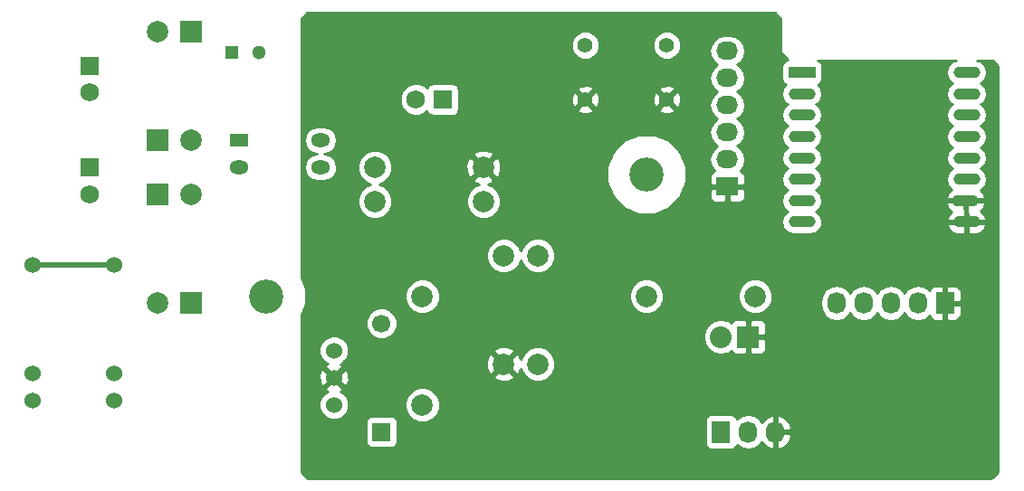
<source format=gbr>
G04 #@! TF.FileFunction,Copper,L2,Bot,Signal*
%FSLAX46Y46*%
G04 Gerber Fmt 4.6, Leading zero omitted, Abs format (unit mm)*
G04 Created by KiCad (PCBNEW 4.0.3+e1-6302~38~ubuntu15.04.1-stable) date Sat Aug 20 23:13:29 2016*
%MOMM*%
%LPD*%
G01*
G04 APERTURE LIST*
%ADD10C,0.100000*%
%ADD11R,1.750000X1.750000*%
%ADD12C,1.750000*%
%ADD13R,1.300000X1.300000*%
%ADD14C,1.300000*%
%ADD15C,1.998980*%
%ADD16R,1.998980X1.998980*%
%ADD17R,1.778000X1.300000*%
%ADD18O,1.778000X1.300000*%
%ADD19R,2.500000X1.100000*%
%ADD20O,2.500000X1.100000*%
%ADD21R,2.032000X2.032000*%
%ADD22O,2.032000X2.032000*%
%ADD23R,2.032000X1.727200*%
%ADD24O,2.032000X1.727200*%
%ADD25R,1.727200X2.032000*%
%ADD26O,1.727200X2.032000*%
%ADD27C,1.397000*%
%ADD28C,1.699260*%
%ADD29R,1.699260X1.699260*%
%ADD30C,1.524000*%
%ADD31C,3.200000*%
%ADD32C,0.500000*%
%ADD33C,0.254000*%
G04 APERTURE END LIST*
D10*
D11*
X161925000Y-83820000D03*
D12*
X159425000Y-83820000D03*
D13*
X142240000Y-79375000D03*
D14*
X144740000Y-79375000D03*
D15*
X138432540Y-87630000D03*
D16*
X138432540Y-77470000D03*
D15*
X138427460Y-92710000D03*
D16*
X138427460Y-102870000D03*
D15*
X135252460Y-77470000D03*
D16*
X135252460Y-87630000D03*
D15*
X135257540Y-102870000D03*
D16*
X135257540Y-92710000D03*
D11*
X128905000Y-80645000D03*
D12*
X128905000Y-83145000D03*
D11*
X128905000Y-90170000D03*
D12*
X128905000Y-92670000D03*
D15*
X155575000Y-90170000D03*
X165735000Y-90170000D03*
X165735000Y-93345000D03*
X155575000Y-93345000D03*
D17*
X142875000Y-87630000D03*
D18*
X142875000Y-90170000D03*
X150495000Y-90170000D03*
X150495000Y-87630000D03*
D19*
X195515000Y-81280000D03*
D20*
X195515000Y-83280000D03*
X195515000Y-85280000D03*
X195515000Y-87280000D03*
X195515000Y-89280000D03*
X195515000Y-91280000D03*
X195515000Y-93280000D03*
X195515000Y-95280000D03*
X210915000Y-95280000D03*
X210815000Y-93280000D03*
X210915000Y-91280000D03*
X210915000Y-89280000D03*
X210915000Y-87280000D03*
X210915000Y-85280000D03*
X210915000Y-83280000D03*
X210915000Y-81280000D03*
D21*
X190500000Y-106045000D03*
D22*
X187960000Y-106045000D03*
D23*
X188535000Y-91985000D03*
D24*
X188535000Y-89445000D03*
X188535000Y-86905000D03*
X188535000Y-84365000D03*
X188535000Y-81825000D03*
X188535000Y-79285000D03*
D25*
X208915000Y-102870000D03*
D26*
X206375000Y-102870000D03*
X203835000Y-102870000D03*
X201295000Y-102870000D03*
X198755000Y-102870000D03*
D25*
X187960000Y-114935000D03*
D26*
X190500000Y-114935000D03*
X193040000Y-114935000D03*
D15*
X167640000Y-98425000D03*
X167640000Y-108585000D03*
X170815000Y-108585000D03*
X170815000Y-98425000D03*
X180975000Y-102235000D03*
X191135000Y-102235000D03*
D27*
X182880000Y-78740000D03*
X182880000Y-83820000D03*
X175260000Y-78740000D03*
X175260000Y-83820000D03*
D28*
X156207460Y-104774480D03*
D29*
X156207460Y-114934480D03*
D15*
X160020000Y-112395000D03*
X160020000Y-102235000D03*
D30*
X123571000Y-112014000D03*
X123571000Y-109474000D03*
X131191000Y-112014000D03*
X131191000Y-109474000D03*
X131191000Y-99314000D03*
X123571000Y-99314000D03*
X151765000Y-109855000D03*
X151765000Y-107315000D03*
X151765000Y-112395000D03*
D31*
X145415000Y-102235000D03*
X180975000Y-90805000D03*
D32*
X131191000Y-99314000D02*
X123571000Y-99314000D01*
D33*
G36*
X193548000Y-76252606D02*
X193548000Y-79375000D01*
X193558006Y-79424410D01*
X193585197Y-79464803D01*
X194212780Y-80092386D01*
X194029683Y-80126838D01*
X193813559Y-80265910D01*
X193668569Y-80478110D01*
X193617560Y-80730000D01*
X193617560Y-81830000D01*
X193661838Y-82065317D01*
X193800910Y-82281441D01*
X193988615Y-82409694D01*
X193940149Y-82442078D01*
X193683274Y-82826520D01*
X193593071Y-83280000D01*
X193683274Y-83733480D01*
X193940149Y-84117922D01*
X194182717Y-84280000D01*
X193940149Y-84442078D01*
X193683274Y-84826520D01*
X193593071Y-85280000D01*
X193683274Y-85733480D01*
X193940149Y-86117922D01*
X194182717Y-86280000D01*
X193940149Y-86442078D01*
X193683274Y-86826520D01*
X193593071Y-87280000D01*
X193683274Y-87733480D01*
X193940149Y-88117922D01*
X194182717Y-88280000D01*
X193940149Y-88442078D01*
X193683274Y-88826520D01*
X193593071Y-89280000D01*
X193683274Y-89733480D01*
X193940149Y-90117922D01*
X194182717Y-90280000D01*
X193940149Y-90442078D01*
X193683274Y-90826520D01*
X193593071Y-91280000D01*
X193683274Y-91733480D01*
X193940149Y-92117922D01*
X194182717Y-92280000D01*
X193940149Y-92442078D01*
X193683274Y-92826520D01*
X193593071Y-93280000D01*
X193683274Y-93733480D01*
X193940149Y-94117922D01*
X194182717Y-94280000D01*
X193940149Y-94442078D01*
X193683274Y-94826520D01*
X193593071Y-95280000D01*
X193683274Y-95733480D01*
X193940149Y-96117922D01*
X194324591Y-96374797D01*
X194778071Y-96465000D01*
X196251929Y-96465000D01*
X196705409Y-96374797D01*
X197089851Y-96117922D01*
X197346726Y-95733480D01*
X197375316Y-95589744D01*
X209071197Y-95589744D01*
X209071602Y-95616146D01*
X209287276Y-96028118D01*
X209644187Y-96326196D01*
X210088000Y-96465000D01*
X210788000Y-96465000D01*
X210788000Y-95407000D01*
X211042000Y-95407000D01*
X211042000Y-96465000D01*
X211742000Y-96465000D01*
X212185813Y-96326196D01*
X212542724Y-96028118D01*
X212758398Y-95616146D01*
X212758803Y-95589744D01*
X212633361Y-95407000D01*
X211042000Y-95407000D01*
X210788000Y-95407000D01*
X209196639Y-95407000D01*
X209071197Y-95589744D01*
X197375316Y-95589744D01*
X197436929Y-95280000D01*
X197346726Y-94826520D01*
X197089851Y-94442078D01*
X196847283Y-94280000D01*
X197089851Y-94117922D01*
X197346726Y-93733480D01*
X197375316Y-93589744D01*
X208971197Y-93589744D01*
X208971602Y-93616146D01*
X209187276Y-94028118D01*
X209538873Y-94321758D01*
X209287276Y-94531882D01*
X209071602Y-94943854D01*
X209071197Y-94970256D01*
X209196639Y-95153000D01*
X210788000Y-95153000D01*
X210788000Y-94095000D01*
X210688000Y-94095000D01*
X210688000Y-93407000D01*
X210942000Y-93407000D01*
X210942000Y-94465000D01*
X211042000Y-94465000D01*
X211042000Y-95153000D01*
X212633361Y-95153000D01*
X212758803Y-94970256D01*
X212758398Y-94943854D01*
X212542724Y-94531882D01*
X212191127Y-94238242D01*
X212442724Y-94028118D01*
X212658398Y-93616146D01*
X212658803Y-93589744D01*
X212533361Y-93407000D01*
X210942000Y-93407000D01*
X210688000Y-93407000D01*
X209096639Y-93407000D01*
X208971197Y-93589744D01*
X197375316Y-93589744D01*
X197436929Y-93280000D01*
X197346726Y-92826520D01*
X197089851Y-92442078D01*
X196847283Y-92280000D01*
X197089851Y-92117922D01*
X197346726Y-91733480D01*
X197436929Y-91280000D01*
X197346726Y-90826520D01*
X197089851Y-90442078D01*
X196847283Y-90280000D01*
X197089851Y-90117922D01*
X197346726Y-89733480D01*
X197436929Y-89280000D01*
X197346726Y-88826520D01*
X197089851Y-88442078D01*
X196847283Y-88280000D01*
X197089851Y-88117922D01*
X197346726Y-87733480D01*
X197436929Y-87280000D01*
X197346726Y-86826520D01*
X197089851Y-86442078D01*
X196847283Y-86280000D01*
X197089851Y-86117922D01*
X197346726Y-85733480D01*
X197436929Y-85280000D01*
X197346726Y-84826520D01*
X197089851Y-84442078D01*
X196847283Y-84280000D01*
X197089851Y-84117922D01*
X197346726Y-83733480D01*
X197436929Y-83280000D01*
X197346726Y-82826520D01*
X197089851Y-82442078D01*
X197039129Y-82408187D01*
X197216441Y-82294090D01*
X197361431Y-82081890D01*
X197412440Y-81830000D01*
X197412440Y-80730000D01*
X197368162Y-80494683D01*
X197229090Y-80278559D01*
X197021911Y-80137000D01*
X209966923Y-80137000D01*
X209724591Y-80185203D01*
X209340149Y-80442078D01*
X209083274Y-80826520D01*
X208993071Y-81280000D01*
X209083274Y-81733480D01*
X209340149Y-82117922D01*
X209582717Y-82280000D01*
X209340149Y-82442078D01*
X209083274Y-82826520D01*
X208993071Y-83280000D01*
X209083274Y-83733480D01*
X209340149Y-84117922D01*
X209582717Y-84280000D01*
X209340149Y-84442078D01*
X209083274Y-84826520D01*
X208993071Y-85280000D01*
X209083274Y-85733480D01*
X209340149Y-86117922D01*
X209582717Y-86280000D01*
X209340149Y-86442078D01*
X209083274Y-86826520D01*
X208993071Y-87280000D01*
X209083274Y-87733480D01*
X209340149Y-88117922D01*
X209582717Y-88280000D01*
X209340149Y-88442078D01*
X209083274Y-88826520D01*
X208993071Y-89280000D01*
X209083274Y-89733480D01*
X209340149Y-90117922D01*
X209582717Y-90280000D01*
X209340149Y-90442078D01*
X209083274Y-90826520D01*
X208993071Y-91280000D01*
X209083274Y-91733480D01*
X209340149Y-92117922D01*
X209530583Y-92245165D01*
X209187276Y-92531882D01*
X208971602Y-92943854D01*
X208971197Y-92970256D01*
X209096639Y-93153000D01*
X210688000Y-93153000D01*
X210688000Y-93133000D01*
X210942000Y-93133000D01*
X210942000Y-93153000D01*
X212533361Y-93153000D01*
X212658803Y-92970256D01*
X212658398Y-92943854D01*
X212442724Y-92531882D01*
X212188309Y-92319405D01*
X212489851Y-92117922D01*
X212746726Y-91733480D01*
X212836929Y-91280000D01*
X212746726Y-90826520D01*
X212489851Y-90442078D01*
X212247283Y-90280000D01*
X212489851Y-90117922D01*
X212746726Y-89733480D01*
X212836929Y-89280000D01*
X212746726Y-88826520D01*
X212489851Y-88442078D01*
X212247283Y-88280000D01*
X212489851Y-88117922D01*
X212746726Y-87733480D01*
X212836929Y-87280000D01*
X212746726Y-86826520D01*
X212489851Y-86442078D01*
X212247283Y-86280000D01*
X212489851Y-86117922D01*
X212746726Y-85733480D01*
X212836929Y-85280000D01*
X212746726Y-84826520D01*
X212489851Y-84442078D01*
X212247283Y-84280000D01*
X212489851Y-84117922D01*
X212746726Y-83733480D01*
X212836929Y-83280000D01*
X212746726Y-82826520D01*
X212489851Y-82442078D01*
X212247283Y-82280000D01*
X212489851Y-82117922D01*
X212746726Y-81733480D01*
X212836929Y-81280000D01*
X212746726Y-80826520D01*
X212489851Y-80442078D01*
X212105409Y-80185203D01*
X211863077Y-80137000D01*
X213307394Y-80137000D01*
X213868000Y-80697606D01*
X213868000Y-118692394D01*
X213354897Y-119205497D01*
X213116082Y-119253000D01*
X149277606Y-119253000D01*
X148717000Y-118692394D01*
X148717000Y-114084850D01*
X154710390Y-114084850D01*
X154710390Y-115784110D01*
X154754668Y-116019427D01*
X154893740Y-116235551D01*
X155105940Y-116380541D01*
X155357830Y-116431550D01*
X157057090Y-116431550D01*
X157292407Y-116387272D01*
X157508531Y-116248200D01*
X157653521Y-116036000D01*
X157704530Y-115784110D01*
X157704530Y-114084850D01*
X157660252Y-113849533D01*
X157521180Y-113633409D01*
X157308980Y-113488419D01*
X157057090Y-113437410D01*
X155357830Y-113437410D01*
X155122513Y-113481688D01*
X154906389Y-113620760D01*
X154761399Y-113832960D01*
X154710390Y-114084850D01*
X148717000Y-114084850D01*
X148717000Y-112671661D01*
X150367758Y-112671661D01*
X150579990Y-113185303D01*
X150972630Y-113578629D01*
X151485900Y-113791757D01*
X152041661Y-113792242D01*
X152555303Y-113580010D01*
X152948629Y-113187370D01*
X153143239Y-112718694D01*
X158385226Y-112718694D01*
X158633538Y-113319655D01*
X159092927Y-113779846D01*
X159693453Y-114029206D01*
X160343694Y-114029774D01*
X160611787Y-113919000D01*
X186448960Y-113919000D01*
X186448960Y-115951000D01*
X186493238Y-116186317D01*
X186632310Y-116402441D01*
X186844510Y-116547431D01*
X187096400Y-116598440D01*
X188823600Y-116598440D01*
X189058917Y-116554162D01*
X189275041Y-116415090D01*
X189420031Y-116202890D01*
X189428400Y-116161561D01*
X189440330Y-116179415D01*
X189926511Y-116504271D01*
X190500000Y-116618345D01*
X191073489Y-116504271D01*
X191559670Y-116179415D01*
X191766461Y-115869931D01*
X192137964Y-116285732D01*
X192665209Y-116539709D01*
X192680974Y-116542358D01*
X192913000Y-116421217D01*
X192913000Y-115062000D01*
X193167000Y-115062000D01*
X193167000Y-116421217D01*
X193399026Y-116542358D01*
X193414791Y-116539709D01*
X193942036Y-116285732D01*
X194331954Y-115849320D01*
X194525184Y-115296913D01*
X194380924Y-115062000D01*
X193167000Y-115062000D01*
X192913000Y-115062000D01*
X192893000Y-115062000D01*
X192893000Y-114808000D01*
X192913000Y-114808000D01*
X192913000Y-113448783D01*
X193167000Y-113448783D01*
X193167000Y-114808000D01*
X194380924Y-114808000D01*
X194525184Y-114573087D01*
X194331954Y-114020680D01*
X193942036Y-113584268D01*
X193414791Y-113330291D01*
X193399026Y-113327642D01*
X193167000Y-113448783D01*
X192913000Y-113448783D01*
X192680974Y-113327642D01*
X192665209Y-113330291D01*
X192137964Y-113584268D01*
X191766461Y-114000069D01*
X191559670Y-113690585D01*
X191073489Y-113365729D01*
X190500000Y-113251655D01*
X189926511Y-113365729D01*
X189440330Y-113690585D01*
X189430757Y-113704913D01*
X189426762Y-113683683D01*
X189287690Y-113467559D01*
X189075490Y-113322569D01*
X188823600Y-113271560D01*
X187096400Y-113271560D01*
X186861083Y-113315838D01*
X186644959Y-113454910D01*
X186499969Y-113667110D01*
X186448960Y-113919000D01*
X160611787Y-113919000D01*
X160944655Y-113781462D01*
X161404846Y-113322073D01*
X161654206Y-112721547D01*
X161654774Y-112071306D01*
X161406462Y-111470345D01*
X160947073Y-111010154D01*
X160346547Y-110760794D01*
X159696306Y-110760226D01*
X159095345Y-111008538D01*
X158635154Y-111467927D01*
X158385794Y-112068453D01*
X158385226Y-112718694D01*
X153143239Y-112718694D01*
X153161757Y-112674100D01*
X153162242Y-112118339D01*
X152950010Y-111604697D01*
X152557370Y-111211371D01*
X152365273Y-111131605D01*
X152496143Y-111077397D01*
X152565608Y-110835213D01*
X151765000Y-110034605D01*
X150964392Y-110835213D01*
X151033857Y-111077397D01*
X151174318Y-111127509D01*
X150974697Y-111209990D01*
X150581371Y-111602630D01*
X150368243Y-112115900D01*
X150367758Y-112671661D01*
X148717000Y-112671661D01*
X148717000Y-109647302D01*
X150355856Y-109647302D01*
X150383638Y-110202368D01*
X150542603Y-110586143D01*
X150784787Y-110655608D01*
X151585395Y-109855000D01*
X151944605Y-109855000D01*
X152745213Y-110655608D01*
X152987397Y-110586143D01*
X153174144Y-110062698D01*
X153157851Y-109737163D01*
X166667443Y-109737163D01*
X166766042Y-110003965D01*
X167375582Y-110230401D01*
X168025377Y-110206341D01*
X168513958Y-110003965D01*
X168612557Y-109737163D01*
X167640000Y-108764605D01*
X166667443Y-109737163D01*
X153157851Y-109737163D01*
X153146362Y-109507632D01*
X152987397Y-109123857D01*
X152745213Y-109054392D01*
X151944605Y-109855000D01*
X151585395Y-109855000D01*
X150784787Y-109054392D01*
X150542603Y-109123857D01*
X150355856Y-109647302D01*
X148717000Y-109647302D01*
X148717000Y-107591661D01*
X150367758Y-107591661D01*
X150579990Y-108105303D01*
X150972630Y-108498629D01*
X151164727Y-108578395D01*
X151033857Y-108632603D01*
X150964392Y-108874787D01*
X151765000Y-109675395D01*
X152565608Y-108874787D01*
X152496143Y-108632603D01*
X152355682Y-108582491D01*
X152555303Y-108500010D01*
X152735044Y-108320582D01*
X165994599Y-108320582D01*
X166018659Y-108970377D01*
X166221035Y-109458958D01*
X166487837Y-109557557D01*
X167460395Y-108585000D01*
X167819605Y-108585000D01*
X168792163Y-109557557D01*
X169058965Y-109458958D01*
X169224013Y-109014667D01*
X169428538Y-109509655D01*
X169887927Y-109969846D01*
X170488453Y-110219206D01*
X171138694Y-110219774D01*
X171739655Y-109971462D01*
X172199846Y-109512073D01*
X172449206Y-108911547D01*
X172449774Y-108261306D01*
X172201462Y-107660345D01*
X171742073Y-107200154D01*
X171141547Y-106950794D01*
X170491306Y-106950226D01*
X169890345Y-107198538D01*
X169430154Y-107657927D01*
X169233316Y-108131965D01*
X169058965Y-107711042D01*
X168792163Y-107612443D01*
X167819605Y-108585000D01*
X167460395Y-108585000D01*
X166487837Y-107612443D01*
X166221035Y-107711042D01*
X165994599Y-108320582D01*
X152735044Y-108320582D01*
X152948629Y-108107370D01*
X153161757Y-107594100D01*
X153161897Y-107432837D01*
X166667443Y-107432837D01*
X167640000Y-108405395D01*
X168612557Y-107432837D01*
X168513958Y-107166035D01*
X167904418Y-106939599D01*
X167254623Y-106963659D01*
X166766042Y-107166035D01*
X166667443Y-107432837D01*
X153161897Y-107432837D01*
X153162242Y-107038339D01*
X152950010Y-106524697D01*
X152557370Y-106131371D01*
X152044100Y-105918243D01*
X151488339Y-105917758D01*
X150974697Y-106129990D01*
X150581371Y-106522630D01*
X150368243Y-107035900D01*
X150367758Y-107591661D01*
X148717000Y-107591661D01*
X148717000Y-105068496D01*
X154722572Y-105068496D01*
X154948118Y-105614357D01*
X155365386Y-106032354D01*
X155910853Y-106258852D01*
X156501476Y-106259368D01*
X157047337Y-106033822D01*
X157068540Y-106012655D01*
X186309000Y-106012655D01*
X186309000Y-106077345D01*
X186434675Y-106709155D01*
X186792567Y-107244778D01*
X187328190Y-107602670D01*
X187960000Y-107728345D01*
X188591810Y-107602670D01*
X188928001Y-107378034D01*
X188945673Y-107420698D01*
X189124301Y-107599327D01*
X189357690Y-107696000D01*
X190214250Y-107696000D01*
X190373000Y-107537250D01*
X190373000Y-106172000D01*
X190627000Y-106172000D01*
X190627000Y-107537250D01*
X190785750Y-107696000D01*
X191642310Y-107696000D01*
X191875699Y-107599327D01*
X192054327Y-107420698D01*
X192151000Y-107187309D01*
X192151000Y-106330750D01*
X191992250Y-106172000D01*
X190627000Y-106172000D01*
X190373000Y-106172000D01*
X190353000Y-106172000D01*
X190353000Y-105918000D01*
X190373000Y-105918000D01*
X190373000Y-104552750D01*
X190627000Y-104552750D01*
X190627000Y-105918000D01*
X191992250Y-105918000D01*
X192151000Y-105759250D01*
X192151000Y-104902691D01*
X192054327Y-104669302D01*
X191875699Y-104490673D01*
X191642310Y-104394000D01*
X190785750Y-104394000D01*
X190627000Y-104552750D01*
X190373000Y-104552750D01*
X190214250Y-104394000D01*
X189357690Y-104394000D01*
X189124301Y-104490673D01*
X188945673Y-104669302D01*
X188928001Y-104711966D01*
X188591810Y-104487330D01*
X187960000Y-104361655D01*
X187328190Y-104487330D01*
X186792567Y-104845222D01*
X186434675Y-105380845D01*
X186309000Y-106012655D01*
X157068540Y-106012655D01*
X157465334Y-105616554D01*
X157691832Y-105071087D01*
X157692348Y-104480464D01*
X157466802Y-103934603D01*
X157049534Y-103516606D01*
X156504067Y-103290108D01*
X155913444Y-103289592D01*
X155367583Y-103515138D01*
X154949586Y-103932406D01*
X154723088Y-104477873D01*
X154722572Y-105068496D01*
X148717000Y-105068496D01*
X148717000Y-104001549D01*
X149141351Y-102979598D01*
X149141718Y-102558694D01*
X158385226Y-102558694D01*
X158633538Y-103159655D01*
X159092927Y-103619846D01*
X159693453Y-103869206D01*
X160343694Y-103869774D01*
X160944655Y-103621462D01*
X161404846Y-103162073D01*
X161654206Y-102561547D01*
X161654208Y-102558694D01*
X179340226Y-102558694D01*
X179588538Y-103159655D01*
X180047927Y-103619846D01*
X180648453Y-103869206D01*
X181298694Y-103869774D01*
X181899655Y-103621462D01*
X182359846Y-103162073D01*
X182609206Y-102561547D01*
X182609208Y-102558694D01*
X189500226Y-102558694D01*
X189748538Y-103159655D01*
X190207927Y-103619846D01*
X190808453Y-103869206D01*
X191458694Y-103869774D01*
X192059655Y-103621462D01*
X192519846Y-103162073D01*
X192717837Y-102685255D01*
X197256400Y-102685255D01*
X197256400Y-103054745D01*
X197370474Y-103628234D01*
X197695330Y-104114415D01*
X198181511Y-104439271D01*
X198755000Y-104553345D01*
X199328489Y-104439271D01*
X199814670Y-104114415D01*
X200025000Y-103799634D01*
X200235330Y-104114415D01*
X200721511Y-104439271D01*
X201295000Y-104553345D01*
X201868489Y-104439271D01*
X202354670Y-104114415D01*
X202565000Y-103799634D01*
X202775330Y-104114415D01*
X203261511Y-104439271D01*
X203835000Y-104553345D01*
X204408489Y-104439271D01*
X204894670Y-104114415D01*
X205105000Y-103799634D01*
X205315330Y-104114415D01*
X205801511Y-104439271D01*
X206375000Y-104553345D01*
X206948489Y-104439271D01*
X207434670Y-104114415D01*
X207449500Y-104092220D01*
X207513073Y-104245698D01*
X207691701Y-104424327D01*
X207925090Y-104521000D01*
X208629250Y-104521000D01*
X208788000Y-104362250D01*
X208788000Y-102997000D01*
X209042000Y-102997000D01*
X209042000Y-104362250D01*
X209200750Y-104521000D01*
X209904910Y-104521000D01*
X210138299Y-104424327D01*
X210316927Y-104245698D01*
X210413600Y-104012309D01*
X210413600Y-103155750D01*
X210254850Y-102997000D01*
X209042000Y-102997000D01*
X208788000Y-102997000D01*
X208768000Y-102997000D01*
X208768000Y-102743000D01*
X208788000Y-102743000D01*
X208788000Y-101377750D01*
X209042000Y-101377750D01*
X209042000Y-102743000D01*
X210254850Y-102743000D01*
X210413600Y-102584250D01*
X210413600Y-101727691D01*
X210316927Y-101494302D01*
X210138299Y-101315673D01*
X209904910Y-101219000D01*
X209200750Y-101219000D01*
X209042000Y-101377750D01*
X208788000Y-101377750D01*
X208629250Y-101219000D01*
X207925090Y-101219000D01*
X207691701Y-101315673D01*
X207513073Y-101494302D01*
X207449500Y-101647780D01*
X207434670Y-101625585D01*
X206948489Y-101300729D01*
X206375000Y-101186655D01*
X205801511Y-101300729D01*
X205315330Y-101625585D01*
X205105000Y-101940366D01*
X204894670Y-101625585D01*
X204408489Y-101300729D01*
X203835000Y-101186655D01*
X203261511Y-101300729D01*
X202775330Y-101625585D01*
X202565000Y-101940366D01*
X202354670Y-101625585D01*
X201868489Y-101300729D01*
X201295000Y-101186655D01*
X200721511Y-101300729D01*
X200235330Y-101625585D01*
X200025000Y-101940366D01*
X199814670Y-101625585D01*
X199328489Y-101300729D01*
X198755000Y-101186655D01*
X198181511Y-101300729D01*
X197695330Y-101625585D01*
X197370474Y-102111766D01*
X197256400Y-102685255D01*
X192717837Y-102685255D01*
X192769206Y-102561547D01*
X192769774Y-101911306D01*
X192521462Y-101310345D01*
X192062073Y-100850154D01*
X191461547Y-100600794D01*
X190811306Y-100600226D01*
X190210345Y-100848538D01*
X189750154Y-101307927D01*
X189500794Y-101908453D01*
X189500226Y-102558694D01*
X182609208Y-102558694D01*
X182609774Y-101911306D01*
X182361462Y-101310345D01*
X181902073Y-100850154D01*
X181301547Y-100600794D01*
X180651306Y-100600226D01*
X180050345Y-100848538D01*
X179590154Y-101307927D01*
X179340794Y-101908453D01*
X179340226Y-102558694D01*
X161654208Y-102558694D01*
X161654774Y-101911306D01*
X161406462Y-101310345D01*
X160947073Y-100850154D01*
X160346547Y-100600794D01*
X159696306Y-100600226D01*
X159095345Y-100848538D01*
X158635154Y-101307927D01*
X158385794Y-101908453D01*
X158385226Y-102558694D01*
X149141718Y-102558694D01*
X149142645Y-101496906D01*
X148717000Y-100466766D01*
X148717000Y-98748694D01*
X166005226Y-98748694D01*
X166253538Y-99349655D01*
X166712927Y-99809846D01*
X167313453Y-100059206D01*
X167963694Y-100059774D01*
X168564655Y-99811462D01*
X169024846Y-99352073D01*
X169227691Y-98863568D01*
X169428538Y-99349655D01*
X169887927Y-99809846D01*
X170488453Y-100059206D01*
X171138694Y-100059774D01*
X171739655Y-99811462D01*
X172199846Y-99352073D01*
X172449206Y-98751547D01*
X172449774Y-98101306D01*
X172201462Y-97500345D01*
X171742073Y-97040154D01*
X171141547Y-96790794D01*
X170491306Y-96790226D01*
X169890345Y-97038538D01*
X169430154Y-97497927D01*
X169227309Y-97986432D01*
X169026462Y-97500345D01*
X168567073Y-97040154D01*
X167966547Y-96790794D01*
X167316306Y-96790226D01*
X166715345Y-97038538D01*
X166255154Y-97497927D01*
X166005794Y-98098453D01*
X166005226Y-98748694D01*
X148717000Y-98748694D01*
X148717000Y-87630000D01*
X148941143Y-87630000D01*
X149038958Y-88121748D01*
X149317511Y-88538632D01*
X149734395Y-88817185D01*
X150150733Y-88900000D01*
X149734395Y-88982815D01*
X149317511Y-89261368D01*
X149038958Y-89678252D01*
X148941143Y-90170000D01*
X149038958Y-90661748D01*
X149317511Y-91078632D01*
X149734395Y-91357185D01*
X150226143Y-91455000D01*
X150763857Y-91455000D01*
X151255605Y-91357185D01*
X151672489Y-91078632D01*
X151951042Y-90661748D01*
X151984470Y-90493694D01*
X153940226Y-90493694D01*
X154188538Y-91094655D01*
X154647927Y-91554846D01*
X155136432Y-91757691D01*
X154650345Y-91958538D01*
X154190154Y-92417927D01*
X153940794Y-93018453D01*
X153940226Y-93668694D01*
X154188538Y-94269655D01*
X154647927Y-94729846D01*
X155248453Y-94979206D01*
X155898694Y-94979774D01*
X156499655Y-94731462D01*
X156959846Y-94272073D01*
X157209206Y-93671547D01*
X157209208Y-93668694D01*
X164100226Y-93668694D01*
X164348538Y-94269655D01*
X164807927Y-94729846D01*
X165408453Y-94979206D01*
X166058694Y-94979774D01*
X166659655Y-94731462D01*
X167119846Y-94272073D01*
X167369206Y-93671547D01*
X167369774Y-93021306D01*
X167121462Y-92420345D01*
X166662073Y-91960154D01*
X166188035Y-91763316D01*
X166608958Y-91588965D01*
X166625910Y-91543094D01*
X177247355Y-91543094D01*
X177813561Y-92913418D01*
X178861068Y-93962754D01*
X180230402Y-94531351D01*
X181713094Y-94532645D01*
X183083418Y-93966439D01*
X184132754Y-92918932D01*
X184401902Y-92270750D01*
X186884000Y-92270750D01*
X186884000Y-92974910D01*
X186980673Y-93208299D01*
X187159302Y-93386927D01*
X187392691Y-93483600D01*
X188249250Y-93483600D01*
X188408000Y-93324850D01*
X188408000Y-92112000D01*
X188662000Y-92112000D01*
X188662000Y-93324850D01*
X188820750Y-93483600D01*
X189677309Y-93483600D01*
X189910698Y-93386927D01*
X190089327Y-93208299D01*
X190186000Y-92974910D01*
X190186000Y-92270750D01*
X190027250Y-92112000D01*
X188662000Y-92112000D01*
X188408000Y-92112000D01*
X187042750Y-92112000D01*
X186884000Y-92270750D01*
X184401902Y-92270750D01*
X184701351Y-91549598D01*
X184702645Y-90066906D01*
X184136439Y-88696582D01*
X183088932Y-87647246D01*
X181719598Y-87078649D01*
X180236906Y-87077355D01*
X178866582Y-87643561D01*
X177817246Y-88691068D01*
X177248649Y-90060402D01*
X177247355Y-91543094D01*
X166625910Y-91543094D01*
X166707557Y-91322163D01*
X165735000Y-90349605D01*
X164762443Y-91322163D01*
X164861042Y-91588965D01*
X165305333Y-91754013D01*
X164810345Y-91958538D01*
X164350154Y-92417927D01*
X164100794Y-93018453D01*
X164100226Y-93668694D01*
X157209208Y-93668694D01*
X157209774Y-93021306D01*
X156961462Y-92420345D01*
X156502073Y-91960154D01*
X156013568Y-91757309D01*
X156499655Y-91556462D01*
X156959846Y-91097073D01*
X157209206Y-90496547D01*
X157209722Y-89905582D01*
X164089599Y-89905582D01*
X164113659Y-90555377D01*
X164316035Y-91043958D01*
X164582837Y-91142557D01*
X165555395Y-90170000D01*
X165914605Y-90170000D01*
X166887163Y-91142557D01*
X167153965Y-91043958D01*
X167380401Y-90434418D01*
X167356341Y-89784623D01*
X167153965Y-89296042D01*
X166887163Y-89197443D01*
X165914605Y-90170000D01*
X165555395Y-90170000D01*
X164582837Y-89197443D01*
X164316035Y-89296042D01*
X164089599Y-89905582D01*
X157209722Y-89905582D01*
X157209774Y-89846306D01*
X156961462Y-89245345D01*
X156734351Y-89017837D01*
X164762443Y-89017837D01*
X165735000Y-89990395D01*
X166707557Y-89017837D01*
X166608958Y-88751035D01*
X165999418Y-88524599D01*
X165349623Y-88548659D01*
X164861042Y-88751035D01*
X164762443Y-89017837D01*
X156734351Y-89017837D01*
X156502073Y-88785154D01*
X155901547Y-88535794D01*
X155251306Y-88535226D01*
X154650345Y-88783538D01*
X154190154Y-89242927D01*
X153940794Y-89843453D01*
X153940226Y-90493694D01*
X151984470Y-90493694D01*
X152048857Y-90170000D01*
X151951042Y-89678252D01*
X151672489Y-89261368D01*
X151255605Y-88982815D01*
X150839267Y-88900000D01*
X151255605Y-88817185D01*
X151672489Y-88538632D01*
X151951042Y-88121748D01*
X152048857Y-87630000D01*
X151951042Y-87138252D01*
X151672489Y-86721368D01*
X151255605Y-86442815D01*
X150763857Y-86345000D01*
X150226143Y-86345000D01*
X149734395Y-86442815D01*
X149317511Y-86721368D01*
X149038958Y-87138252D01*
X148941143Y-87630000D01*
X148717000Y-87630000D01*
X148717000Y-84119040D01*
X157914738Y-84119040D01*
X158144138Y-84674229D01*
X158568537Y-85099370D01*
X159123325Y-85329738D01*
X159724040Y-85330262D01*
X160279229Y-85100862D01*
X160448103Y-84932283D01*
X160585910Y-85146441D01*
X160798110Y-85291431D01*
X161050000Y-85342440D01*
X162800000Y-85342440D01*
X163035317Y-85298162D01*
X163251441Y-85159090D01*
X163396431Y-84946890D01*
X163435454Y-84754188D01*
X174505417Y-84754188D01*
X174567071Y-84989800D01*
X175067480Y-85165927D01*
X175597199Y-85137148D01*
X175952929Y-84989800D01*
X176014583Y-84754188D01*
X182125417Y-84754188D01*
X182187071Y-84989800D01*
X182687480Y-85165927D01*
X183217199Y-85137148D01*
X183572929Y-84989800D01*
X183634583Y-84754188D01*
X182880000Y-83999605D01*
X182125417Y-84754188D01*
X176014583Y-84754188D01*
X175260000Y-83999605D01*
X174505417Y-84754188D01*
X163435454Y-84754188D01*
X163447440Y-84695000D01*
X163447440Y-83627480D01*
X173914073Y-83627480D01*
X173942852Y-84157199D01*
X174090200Y-84512929D01*
X174325812Y-84574583D01*
X175080395Y-83820000D01*
X175439605Y-83820000D01*
X176194188Y-84574583D01*
X176429800Y-84512929D01*
X176605927Y-84012520D01*
X176585009Y-83627480D01*
X181534073Y-83627480D01*
X181562852Y-84157199D01*
X181710200Y-84512929D01*
X181945812Y-84574583D01*
X182700395Y-83820000D01*
X183059605Y-83820000D01*
X183814188Y-84574583D01*
X184049800Y-84512929D01*
X184225927Y-84012520D01*
X184197148Y-83482801D01*
X184049800Y-83127071D01*
X183814188Y-83065417D01*
X183059605Y-83820000D01*
X182700395Y-83820000D01*
X181945812Y-83065417D01*
X181710200Y-83127071D01*
X181534073Y-83627480D01*
X176585009Y-83627480D01*
X176577148Y-83482801D01*
X176429800Y-83127071D01*
X176194188Y-83065417D01*
X175439605Y-83820000D01*
X175080395Y-83820000D01*
X174325812Y-83065417D01*
X174090200Y-83127071D01*
X173914073Y-83627480D01*
X163447440Y-83627480D01*
X163447440Y-82945000D01*
X163436303Y-82885812D01*
X174505417Y-82885812D01*
X175260000Y-83640395D01*
X176014583Y-82885812D01*
X182125417Y-82885812D01*
X182880000Y-83640395D01*
X183634583Y-82885812D01*
X183572929Y-82650200D01*
X183072520Y-82474073D01*
X182542801Y-82502852D01*
X182187071Y-82650200D01*
X182125417Y-82885812D01*
X176014583Y-82885812D01*
X175952929Y-82650200D01*
X175452520Y-82474073D01*
X174922801Y-82502852D01*
X174567071Y-82650200D01*
X174505417Y-82885812D01*
X163436303Y-82885812D01*
X163403162Y-82709683D01*
X163264090Y-82493559D01*
X163051890Y-82348569D01*
X162800000Y-82297560D01*
X161050000Y-82297560D01*
X160814683Y-82341838D01*
X160598559Y-82480910D01*
X160453569Y-82693110D01*
X160450214Y-82709676D01*
X160281463Y-82540630D01*
X159726675Y-82310262D01*
X159125960Y-82309738D01*
X158570771Y-82539138D01*
X158145630Y-82963537D01*
X157915262Y-83518325D01*
X157914738Y-84119040D01*
X148717000Y-84119040D01*
X148717000Y-79004086D01*
X173926269Y-79004086D01*
X174128854Y-79494380D01*
X174503647Y-79869827D01*
X174993587Y-80073268D01*
X175524086Y-80073731D01*
X176014380Y-79871146D01*
X176389827Y-79496353D01*
X176593268Y-79006413D01*
X176593270Y-79004086D01*
X181546269Y-79004086D01*
X181748854Y-79494380D01*
X182123647Y-79869827D01*
X182613587Y-80073268D01*
X183144086Y-80073731D01*
X183634380Y-79871146D01*
X184009827Y-79496353D01*
X184097588Y-79285000D01*
X186851655Y-79285000D01*
X186965729Y-79858489D01*
X187290585Y-80344670D01*
X187605366Y-80555000D01*
X187290585Y-80765330D01*
X186965729Y-81251511D01*
X186851655Y-81825000D01*
X186965729Y-82398489D01*
X187290585Y-82884670D01*
X187605366Y-83095000D01*
X187290585Y-83305330D01*
X186965729Y-83791511D01*
X186851655Y-84365000D01*
X186965729Y-84938489D01*
X187290585Y-85424670D01*
X187605366Y-85635000D01*
X187290585Y-85845330D01*
X186965729Y-86331511D01*
X186851655Y-86905000D01*
X186965729Y-87478489D01*
X187290585Y-87964670D01*
X187605366Y-88175000D01*
X187290585Y-88385330D01*
X186965729Y-88871511D01*
X186851655Y-89445000D01*
X186965729Y-90018489D01*
X187290585Y-90504670D01*
X187312780Y-90519500D01*
X187159302Y-90583073D01*
X186980673Y-90761701D01*
X186884000Y-90995090D01*
X186884000Y-91699250D01*
X187042750Y-91858000D01*
X188408000Y-91858000D01*
X188408000Y-91838000D01*
X188662000Y-91838000D01*
X188662000Y-91858000D01*
X190027250Y-91858000D01*
X190186000Y-91699250D01*
X190186000Y-90995090D01*
X190089327Y-90761701D01*
X189910698Y-90583073D01*
X189757220Y-90519500D01*
X189779415Y-90504670D01*
X190104271Y-90018489D01*
X190218345Y-89445000D01*
X190104271Y-88871511D01*
X189779415Y-88385330D01*
X189464634Y-88175000D01*
X189779415Y-87964670D01*
X190104271Y-87478489D01*
X190218345Y-86905000D01*
X190104271Y-86331511D01*
X189779415Y-85845330D01*
X189464634Y-85635000D01*
X189779415Y-85424670D01*
X190104271Y-84938489D01*
X190218345Y-84365000D01*
X190104271Y-83791511D01*
X189779415Y-83305330D01*
X189464634Y-83095000D01*
X189779415Y-82884670D01*
X190104271Y-82398489D01*
X190218345Y-81825000D01*
X190104271Y-81251511D01*
X189779415Y-80765330D01*
X189464634Y-80555000D01*
X189779415Y-80344670D01*
X190104271Y-79858489D01*
X190218345Y-79285000D01*
X190104271Y-78711511D01*
X189779415Y-78225330D01*
X189293234Y-77900474D01*
X188719745Y-77786400D01*
X188350255Y-77786400D01*
X187776766Y-77900474D01*
X187290585Y-78225330D01*
X186965729Y-78711511D01*
X186851655Y-79285000D01*
X184097588Y-79285000D01*
X184213268Y-79006413D01*
X184213731Y-78475914D01*
X184011146Y-77985620D01*
X183636353Y-77610173D01*
X183146413Y-77406732D01*
X182615914Y-77406269D01*
X182125620Y-77608854D01*
X181750173Y-77983647D01*
X181546732Y-78473587D01*
X181546269Y-79004086D01*
X176593270Y-79004086D01*
X176593731Y-78475914D01*
X176391146Y-77985620D01*
X176016353Y-77610173D01*
X175526413Y-77406732D01*
X174995914Y-77406269D01*
X174505620Y-77608854D01*
X174130173Y-77983647D01*
X173926732Y-78473587D01*
X173926269Y-79004086D01*
X148717000Y-79004086D01*
X148717000Y-76252606D01*
X149259606Y-75710000D01*
X193005394Y-75710000D01*
X193548000Y-76252606D01*
X193548000Y-76252606D01*
G37*
X193548000Y-76252606D02*
X193548000Y-79375000D01*
X193558006Y-79424410D01*
X193585197Y-79464803D01*
X194212780Y-80092386D01*
X194029683Y-80126838D01*
X193813559Y-80265910D01*
X193668569Y-80478110D01*
X193617560Y-80730000D01*
X193617560Y-81830000D01*
X193661838Y-82065317D01*
X193800910Y-82281441D01*
X193988615Y-82409694D01*
X193940149Y-82442078D01*
X193683274Y-82826520D01*
X193593071Y-83280000D01*
X193683274Y-83733480D01*
X193940149Y-84117922D01*
X194182717Y-84280000D01*
X193940149Y-84442078D01*
X193683274Y-84826520D01*
X193593071Y-85280000D01*
X193683274Y-85733480D01*
X193940149Y-86117922D01*
X194182717Y-86280000D01*
X193940149Y-86442078D01*
X193683274Y-86826520D01*
X193593071Y-87280000D01*
X193683274Y-87733480D01*
X193940149Y-88117922D01*
X194182717Y-88280000D01*
X193940149Y-88442078D01*
X193683274Y-88826520D01*
X193593071Y-89280000D01*
X193683274Y-89733480D01*
X193940149Y-90117922D01*
X194182717Y-90280000D01*
X193940149Y-90442078D01*
X193683274Y-90826520D01*
X193593071Y-91280000D01*
X193683274Y-91733480D01*
X193940149Y-92117922D01*
X194182717Y-92280000D01*
X193940149Y-92442078D01*
X193683274Y-92826520D01*
X193593071Y-93280000D01*
X193683274Y-93733480D01*
X193940149Y-94117922D01*
X194182717Y-94280000D01*
X193940149Y-94442078D01*
X193683274Y-94826520D01*
X193593071Y-95280000D01*
X193683274Y-95733480D01*
X193940149Y-96117922D01*
X194324591Y-96374797D01*
X194778071Y-96465000D01*
X196251929Y-96465000D01*
X196705409Y-96374797D01*
X197089851Y-96117922D01*
X197346726Y-95733480D01*
X197375316Y-95589744D01*
X209071197Y-95589744D01*
X209071602Y-95616146D01*
X209287276Y-96028118D01*
X209644187Y-96326196D01*
X210088000Y-96465000D01*
X210788000Y-96465000D01*
X210788000Y-95407000D01*
X211042000Y-95407000D01*
X211042000Y-96465000D01*
X211742000Y-96465000D01*
X212185813Y-96326196D01*
X212542724Y-96028118D01*
X212758398Y-95616146D01*
X212758803Y-95589744D01*
X212633361Y-95407000D01*
X211042000Y-95407000D01*
X210788000Y-95407000D01*
X209196639Y-95407000D01*
X209071197Y-95589744D01*
X197375316Y-95589744D01*
X197436929Y-95280000D01*
X197346726Y-94826520D01*
X197089851Y-94442078D01*
X196847283Y-94280000D01*
X197089851Y-94117922D01*
X197346726Y-93733480D01*
X197375316Y-93589744D01*
X208971197Y-93589744D01*
X208971602Y-93616146D01*
X209187276Y-94028118D01*
X209538873Y-94321758D01*
X209287276Y-94531882D01*
X209071602Y-94943854D01*
X209071197Y-94970256D01*
X209196639Y-95153000D01*
X210788000Y-95153000D01*
X210788000Y-94095000D01*
X210688000Y-94095000D01*
X210688000Y-93407000D01*
X210942000Y-93407000D01*
X210942000Y-94465000D01*
X211042000Y-94465000D01*
X211042000Y-95153000D01*
X212633361Y-95153000D01*
X212758803Y-94970256D01*
X212758398Y-94943854D01*
X212542724Y-94531882D01*
X212191127Y-94238242D01*
X212442724Y-94028118D01*
X212658398Y-93616146D01*
X212658803Y-93589744D01*
X212533361Y-93407000D01*
X210942000Y-93407000D01*
X210688000Y-93407000D01*
X209096639Y-93407000D01*
X208971197Y-93589744D01*
X197375316Y-93589744D01*
X197436929Y-93280000D01*
X197346726Y-92826520D01*
X197089851Y-92442078D01*
X196847283Y-92280000D01*
X197089851Y-92117922D01*
X197346726Y-91733480D01*
X197436929Y-91280000D01*
X197346726Y-90826520D01*
X197089851Y-90442078D01*
X196847283Y-90280000D01*
X197089851Y-90117922D01*
X197346726Y-89733480D01*
X197436929Y-89280000D01*
X197346726Y-88826520D01*
X197089851Y-88442078D01*
X196847283Y-88280000D01*
X197089851Y-88117922D01*
X197346726Y-87733480D01*
X197436929Y-87280000D01*
X197346726Y-86826520D01*
X197089851Y-86442078D01*
X196847283Y-86280000D01*
X197089851Y-86117922D01*
X197346726Y-85733480D01*
X197436929Y-85280000D01*
X197346726Y-84826520D01*
X197089851Y-84442078D01*
X196847283Y-84280000D01*
X197089851Y-84117922D01*
X197346726Y-83733480D01*
X197436929Y-83280000D01*
X197346726Y-82826520D01*
X197089851Y-82442078D01*
X197039129Y-82408187D01*
X197216441Y-82294090D01*
X197361431Y-82081890D01*
X197412440Y-81830000D01*
X197412440Y-80730000D01*
X197368162Y-80494683D01*
X197229090Y-80278559D01*
X197021911Y-80137000D01*
X209966923Y-80137000D01*
X209724591Y-80185203D01*
X209340149Y-80442078D01*
X209083274Y-80826520D01*
X208993071Y-81280000D01*
X209083274Y-81733480D01*
X209340149Y-82117922D01*
X209582717Y-82280000D01*
X209340149Y-82442078D01*
X209083274Y-82826520D01*
X208993071Y-83280000D01*
X209083274Y-83733480D01*
X209340149Y-84117922D01*
X209582717Y-84280000D01*
X209340149Y-84442078D01*
X209083274Y-84826520D01*
X208993071Y-85280000D01*
X209083274Y-85733480D01*
X209340149Y-86117922D01*
X209582717Y-86280000D01*
X209340149Y-86442078D01*
X209083274Y-86826520D01*
X208993071Y-87280000D01*
X209083274Y-87733480D01*
X209340149Y-88117922D01*
X209582717Y-88280000D01*
X209340149Y-88442078D01*
X209083274Y-88826520D01*
X208993071Y-89280000D01*
X209083274Y-89733480D01*
X209340149Y-90117922D01*
X209582717Y-90280000D01*
X209340149Y-90442078D01*
X209083274Y-90826520D01*
X208993071Y-91280000D01*
X209083274Y-91733480D01*
X209340149Y-92117922D01*
X209530583Y-92245165D01*
X209187276Y-92531882D01*
X208971602Y-92943854D01*
X208971197Y-92970256D01*
X209096639Y-93153000D01*
X210688000Y-93153000D01*
X210688000Y-93133000D01*
X210942000Y-93133000D01*
X210942000Y-93153000D01*
X212533361Y-93153000D01*
X212658803Y-92970256D01*
X212658398Y-92943854D01*
X212442724Y-92531882D01*
X212188309Y-92319405D01*
X212489851Y-92117922D01*
X212746726Y-91733480D01*
X212836929Y-91280000D01*
X212746726Y-90826520D01*
X212489851Y-90442078D01*
X212247283Y-90280000D01*
X212489851Y-90117922D01*
X212746726Y-89733480D01*
X212836929Y-89280000D01*
X212746726Y-88826520D01*
X212489851Y-88442078D01*
X212247283Y-88280000D01*
X212489851Y-88117922D01*
X212746726Y-87733480D01*
X212836929Y-87280000D01*
X212746726Y-86826520D01*
X212489851Y-86442078D01*
X212247283Y-86280000D01*
X212489851Y-86117922D01*
X212746726Y-85733480D01*
X212836929Y-85280000D01*
X212746726Y-84826520D01*
X212489851Y-84442078D01*
X212247283Y-84280000D01*
X212489851Y-84117922D01*
X212746726Y-83733480D01*
X212836929Y-83280000D01*
X212746726Y-82826520D01*
X212489851Y-82442078D01*
X212247283Y-82280000D01*
X212489851Y-82117922D01*
X212746726Y-81733480D01*
X212836929Y-81280000D01*
X212746726Y-80826520D01*
X212489851Y-80442078D01*
X212105409Y-80185203D01*
X211863077Y-80137000D01*
X213307394Y-80137000D01*
X213868000Y-80697606D01*
X213868000Y-118692394D01*
X213354897Y-119205497D01*
X213116082Y-119253000D01*
X149277606Y-119253000D01*
X148717000Y-118692394D01*
X148717000Y-114084850D01*
X154710390Y-114084850D01*
X154710390Y-115784110D01*
X154754668Y-116019427D01*
X154893740Y-116235551D01*
X155105940Y-116380541D01*
X155357830Y-116431550D01*
X157057090Y-116431550D01*
X157292407Y-116387272D01*
X157508531Y-116248200D01*
X157653521Y-116036000D01*
X157704530Y-115784110D01*
X157704530Y-114084850D01*
X157660252Y-113849533D01*
X157521180Y-113633409D01*
X157308980Y-113488419D01*
X157057090Y-113437410D01*
X155357830Y-113437410D01*
X155122513Y-113481688D01*
X154906389Y-113620760D01*
X154761399Y-113832960D01*
X154710390Y-114084850D01*
X148717000Y-114084850D01*
X148717000Y-112671661D01*
X150367758Y-112671661D01*
X150579990Y-113185303D01*
X150972630Y-113578629D01*
X151485900Y-113791757D01*
X152041661Y-113792242D01*
X152555303Y-113580010D01*
X152948629Y-113187370D01*
X153143239Y-112718694D01*
X158385226Y-112718694D01*
X158633538Y-113319655D01*
X159092927Y-113779846D01*
X159693453Y-114029206D01*
X160343694Y-114029774D01*
X160611787Y-113919000D01*
X186448960Y-113919000D01*
X186448960Y-115951000D01*
X186493238Y-116186317D01*
X186632310Y-116402441D01*
X186844510Y-116547431D01*
X187096400Y-116598440D01*
X188823600Y-116598440D01*
X189058917Y-116554162D01*
X189275041Y-116415090D01*
X189420031Y-116202890D01*
X189428400Y-116161561D01*
X189440330Y-116179415D01*
X189926511Y-116504271D01*
X190500000Y-116618345D01*
X191073489Y-116504271D01*
X191559670Y-116179415D01*
X191766461Y-115869931D01*
X192137964Y-116285732D01*
X192665209Y-116539709D01*
X192680974Y-116542358D01*
X192913000Y-116421217D01*
X192913000Y-115062000D01*
X193167000Y-115062000D01*
X193167000Y-116421217D01*
X193399026Y-116542358D01*
X193414791Y-116539709D01*
X193942036Y-116285732D01*
X194331954Y-115849320D01*
X194525184Y-115296913D01*
X194380924Y-115062000D01*
X193167000Y-115062000D01*
X192913000Y-115062000D01*
X192893000Y-115062000D01*
X192893000Y-114808000D01*
X192913000Y-114808000D01*
X192913000Y-113448783D01*
X193167000Y-113448783D01*
X193167000Y-114808000D01*
X194380924Y-114808000D01*
X194525184Y-114573087D01*
X194331954Y-114020680D01*
X193942036Y-113584268D01*
X193414791Y-113330291D01*
X193399026Y-113327642D01*
X193167000Y-113448783D01*
X192913000Y-113448783D01*
X192680974Y-113327642D01*
X192665209Y-113330291D01*
X192137964Y-113584268D01*
X191766461Y-114000069D01*
X191559670Y-113690585D01*
X191073489Y-113365729D01*
X190500000Y-113251655D01*
X189926511Y-113365729D01*
X189440330Y-113690585D01*
X189430757Y-113704913D01*
X189426762Y-113683683D01*
X189287690Y-113467559D01*
X189075490Y-113322569D01*
X188823600Y-113271560D01*
X187096400Y-113271560D01*
X186861083Y-113315838D01*
X186644959Y-113454910D01*
X186499969Y-113667110D01*
X186448960Y-113919000D01*
X160611787Y-113919000D01*
X160944655Y-113781462D01*
X161404846Y-113322073D01*
X161654206Y-112721547D01*
X161654774Y-112071306D01*
X161406462Y-111470345D01*
X160947073Y-111010154D01*
X160346547Y-110760794D01*
X159696306Y-110760226D01*
X159095345Y-111008538D01*
X158635154Y-111467927D01*
X158385794Y-112068453D01*
X158385226Y-112718694D01*
X153143239Y-112718694D01*
X153161757Y-112674100D01*
X153162242Y-112118339D01*
X152950010Y-111604697D01*
X152557370Y-111211371D01*
X152365273Y-111131605D01*
X152496143Y-111077397D01*
X152565608Y-110835213D01*
X151765000Y-110034605D01*
X150964392Y-110835213D01*
X151033857Y-111077397D01*
X151174318Y-111127509D01*
X150974697Y-111209990D01*
X150581371Y-111602630D01*
X150368243Y-112115900D01*
X150367758Y-112671661D01*
X148717000Y-112671661D01*
X148717000Y-109647302D01*
X150355856Y-109647302D01*
X150383638Y-110202368D01*
X150542603Y-110586143D01*
X150784787Y-110655608D01*
X151585395Y-109855000D01*
X151944605Y-109855000D01*
X152745213Y-110655608D01*
X152987397Y-110586143D01*
X153174144Y-110062698D01*
X153157851Y-109737163D01*
X166667443Y-109737163D01*
X166766042Y-110003965D01*
X167375582Y-110230401D01*
X168025377Y-110206341D01*
X168513958Y-110003965D01*
X168612557Y-109737163D01*
X167640000Y-108764605D01*
X166667443Y-109737163D01*
X153157851Y-109737163D01*
X153146362Y-109507632D01*
X152987397Y-109123857D01*
X152745213Y-109054392D01*
X151944605Y-109855000D01*
X151585395Y-109855000D01*
X150784787Y-109054392D01*
X150542603Y-109123857D01*
X150355856Y-109647302D01*
X148717000Y-109647302D01*
X148717000Y-107591661D01*
X150367758Y-107591661D01*
X150579990Y-108105303D01*
X150972630Y-108498629D01*
X151164727Y-108578395D01*
X151033857Y-108632603D01*
X150964392Y-108874787D01*
X151765000Y-109675395D01*
X152565608Y-108874787D01*
X152496143Y-108632603D01*
X152355682Y-108582491D01*
X152555303Y-108500010D01*
X152735044Y-108320582D01*
X165994599Y-108320582D01*
X166018659Y-108970377D01*
X166221035Y-109458958D01*
X166487837Y-109557557D01*
X167460395Y-108585000D01*
X167819605Y-108585000D01*
X168792163Y-109557557D01*
X169058965Y-109458958D01*
X169224013Y-109014667D01*
X169428538Y-109509655D01*
X169887927Y-109969846D01*
X170488453Y-110219206D01*
X171138694Y-110219774D01*
X171739655Y-109971462D01*
X172199846Y-109512073D01*
X172449206Y-108911547D01*
X172449774Y-108261306D01*
X172201462Y-107660345D01*
X171742073Y-107200154D01*
X171141547Y-106950794D01*
X170491306Y-106950226D01*
X169890345Y-107198538D01*
X169430154Y-107657927D01*
X169233316Y-108131965D01*
X169058965Y-107711042D01*
X168792163Y-107612443D01*
X167819605Y-108585000D01*
X167460395Y-108585000D01*
X166487837Y-107612443D01*
X166221035Y-107711042D01*
X165994599Y-108320582D01*
X152735044Y-108320582D01*
X152948629Y-108107370D01*
X153161757Y-107594100D01*
X153161897Y-107432837D01*
X166667443Y-107432837D01*
X167640000Y-108405395D01*
X168612557Y-107432837D01*
X168513958Y-107166035D01*
X167904418Y-106939599D01*
X167254623Y-106963659D01*
X166766042Y-107166035D01*
X166667443Y-107432837D01*
X153161897Y-107432837D01*
X153162242Y-107038339D01*
X152950010Y-106524697D01*
X152557370Y-106131371D01*
X152044100Y-105918243D01*
X151488339Y-105917758D01*
X150974697Y-106129990D01*
X150581371Y-106522630D01*
X150368243Y-107035900D01*
X150367758Y-107591661D01*
X148717000Y-107591661D01*
X148717000Y-105068496D01*
X154722572Y-105068496D01*
X154948118Y-105614357D01*
X155365386Y-106032354D01*
X155910853Y-106258852D01*
X156501476Y-106259368D01*
X157047337Y-106033822D01*
X157068540Y-106012655D01*
X186309000Y-106012655D01*
X186309000Y-106077345D01*
X186434675Y-106709155D01*
X186792567Y-107244778D01*
X187328190Y-107602670D01*
X187960000Y-107728345D01*
X188591810Y-107602670D01*
X188928001Y-107378034D01*
X188945673Y-107420698D01*
X189124301Y-107599327D01*
X189357690Y-107696000D01*
X190214250Y-107696000D01*
X190373000Y-107537250D01*
X190373000Y-106172000D01*
X190627000Y-106172000D01*
X190627000Y-107537250D01*
X190785750Y-107696000D01*
X191642310Y-107696000D01*
X191875699Y-107599327D01*
X192054327Y-107420698D01*
X192151000Y-107187309D01*
X192151000Y-106330750D01*
X191992250Y-106172000D01*
X190627000Y-106172000D01*
X190373000Y-106172000D01*
X190353000Y-106172000D01*
X190353000Y-105918000D01*
X190373000Y-105918000D01*
X190373000Y-104552750D01*
X190627000Y-104552750D01*
X190627000Y-105918000D01*
X191992250Y-105918000D01*
X192151000Y-105759250D01*
X192151000Y-104902691D01*
X192054327Y-104669302D01*
X191875699Y-104490673D01*
X191642310Y-104394000D01*
X190785750Y-104394000D01*
X190627000Y-104552750D01*
X190373000Y-104552750D01*
X190214250Y-104394000D01*
X189357690Y-104394000D01*
X189124301Y-104490673D01*
X188945673Y-104669302D01*
X188928001Y-104711966D01*
X188591810Y-104487330D01*
X187960000Y-104361655D01*
X187328190Y-104487330D01*
X186792567Y-104845222D01*
X186434675Y-105380845D01*
X186309000Y-106012655D01*
X157068540Y-106012655D01*
X157465334Y-105616554D01*
X157691832Y-105071087D01*
X157692348Y-104480464D01*
X157466802Y-103934603D01*
X157049534Y-103516606D01*
X156504067Y-103290108D01*
X155913444Y-103289592D01*
X155367583Y-103515138D01*
X154949586Y-103932406D01*
X154723088Y-104477873D01*
X154722572Y-105068496D01*
X148717000Y-105068496D01*
X148717000Y-104001549D01*
X149141351Y-102979598D01*
X149141718Y-102558694D01*
X158385226Y-102558694D01*
X158633538Y-103159655D01*
X159092927Y-103619846D01*
X159693453Y-103869206D01*
X160343694Y-103869774D01*
X160944655Y-103621462D01*
X161404846Y-103162073D01*
X161654206Y-102561547D01*
X161654208Y-102558694D01*
X179340226Y-102558694D01*
X179588538Y-103159655D01*
X180047927Y-103619846D01*
X180648453Y-103869206D01*
X181298694Y-103869774D01*
X181899655Y-103621462D01*
X182359846Y-103162073D01*
X182609206Y-102561547D01*
X182609208Y-102558694D01*
X189500226Y-102558694D01*
X189748538Y-103159655D01*
X190207927Y-103619846D01*
X190808453Y-103869206D01*
X191458694Y-103869774D01*
X192059655Y-103621462D01*
X192519846Y-103162073D01*
X192717837Y-102685255D01*
X197256400Y-102685255D01*
X197256400Y-103054745D01*
X197370474Y-103628234D01*
X197695330Y-104114415D01*
X198181511Y-104439271D01*
X198755000Y-104553345D01*
X199328489Y-104439271D01*
X199814670Y-104114415D01*
X200025000Y-103799634D01*
X200235330Y-104114415D01*
X200721511Y-104439271D01*
X201295000Y-104553345D01*
X201868489Y-104439271D01*
X202354670Y-104114415D01*
X202565000Y-103799634D01*
X202775330Y-104114415D01*
X203261511Y-104439271D01*
X203835000Y-104553345D01*
X204408489Y-104439271D01*
X204894670Y-104114415D01*
X205105000Y-103799634D01*
X205315330Y-104114415D01*
X205801511Y-104439271D01*
X206375000Y-104553345D01*
X206948489Y-104439271D01*
X207434670Y-104114415D01*
X207449500Y-104092220D01*
X207513073Y-104245698D01*
X207691701Y-104424327D01*
X207925090Y-104521000D01*
X208629250Y-104521000D01*
X208788000Y-104362250D01*
X208788000Y-102997000D01*
X209042000Y-102997000D01*
X209042000Y-104362250D01*
X209200750Y-104521000D01*
X209904910Y-104521000D01*
X210138299Y-104424327D01*
X210316927Y-104245698D01*
X210413600Y-104012309D01*
X210413600Y-103155750D01*
X210254850Y-102997000D01*
X209042000Y-102997000D01*
X208788000Y-102997000D01*
X208768000Y-102997000D01*
X208768000Y-102743000D01*
X208788000Y-102743000D01*
X208788000Y-101377750D01*
X209042000Y-101377750D01*
X209042000Y-102743000D01*
X210254850Y-102743000D01*
X210413600Y-102584250D01*
X210413600Y-101727691D01*
X210316927Y-101494302D01*
X210138299Y-101315673D01*
X209904910Y-101219000D01*
X209200750Y-101219000D01*
X209042000Y-101377750D01*
X208788000Y-101377750D01*
X208629250Y-101219000D01*
X207925090Y-101219000D01*
X207691701Y-101315673D01*
X207513073Y-101494302D01*
X207449500Y-101647780D01*
X207434670Y-101625585D01*
X206948489Y-101300729D01*
X206375000Y-101186655D01*
X205801511Y-101300729D01*
X205315330Y-101625585D01*
X205105000Y-101940366D01*
X204894670Y-101625585D01*
X204408489Y-101300729D01*
X203835000Y-101186655D01*
X203261511Y-101300729D01*
X202775330Y-101625585D01*
X202565000Y-101940366D01*
X202354670Y-101625585D01*
X201868489Y-101300729D01*
X201295000Y-101186655D01*
X200721511Y-101300729D01*
X200235330Y-101625585D01*
X200025000Y-101940366D01*
X199814670Y-101625585D01*
X199328489Y-101300729D01*
X198755000Y-101186655D01*
X198181511Y-101300729D01*
X197695330Y-101625585D01*
X197370474Y-102111766D01*
X197256400Y-102685255D01*
X192717837Y-102685255D01*
X192769206Y-102561547D01*
X192769774Y-101911306D01*
X192521462Y-101310345D01*
X192062073Y-100850154D01*
X191461547Y-100600794D01*
X190811306Y-100600226D01*
X190210345Y-100848538D01*
X189750154Y-101307927D01*
X189500794Y-101908453D01*
X189500226Y-102558694D01*
X182609208Y-102558694D01*
X182609774Y-101911306D01*
X182361462Y-101310345D01*
X181902073Y-100850154D01*
X181301547Y-100600794D01*
X180651306Y-100600226D01*
X180050345Y-100848538D01*
X179590154Y-101307927D01*
X179340794Y-101908453D01*
X179340226Y-102558694D01*
X161654208Y-102558694D01*
X161654774Y-101911306D01*
X161406462Y-101310345D01*
X160947073Y-100850154D01*
X160346547Y-100600794D01*
X159696306Y-100600226D01*
X159095345Y-100848538D01*
X158635154Y-101307927D01*
X158385794Y-101908453D01*
X158385226Y-102558694D01*
X149141718Y-102558694D01*
X149142645Y-101496906D01*
X148717000Y-100466766D01*
X148717000Y-98748694D01*
X166005226Y-98748694D01*
X166253538Y-99349655D01*
X166712927Y-99809846D01*
X167313453Y-100059206D01*
X167963694Y-100059774D01*
X168564655Y-99811462D01*
X169024846Y-99352073D01*
X169227691Y-98863568D01*
X169428538Y-99349655D01*
X169887927Y-99809846D01*
X170488453Y-100059206D01*
X171138694Y-100059774D01*
X171739655Y-99811462D01*
X172199846Y-99352073D01*
X172449206Y-98751547D01*
X172449774Y-98101306D01*
X172201462Y-97500345D01*
X171742073Y-97040154D01*
X171141547Y-96790794D01*
X170491306Y-96790226D01*
X169890345Y-97038538D01*
X169430154Y-97497927D01*
X169227309Y-97986432D01*
X169026462Y-97500345D01*
X168567073Y-97040154D01*
X167966547Y-96790794D01*
X167316306Y-96790226D01*
X166715345Y-97038538D01*
X166255154Y-97497927D01*
X166005794Y-98098453D01*
X166005226Y-98748694D01*
X148717000Y-98748694D01*
X148717000Y-87630000D01*
X148941143Y-87630000D01*
X149038958Y-88121748D01*
X149317511Y-88538632D01*
X149734395Y-88817185D01*
X150150733Y-88900000D01*
X149734395Y-88982815D01*
X149317511Y-89261368D01*
X149038958Y-89678252D01*
X148941143Y-90170000D01*
X149038958Y-90661748D01*
X149317511Y-91078632D01*
X149734395Y-91357185D01*
X150226143Y-91455000D01*
X150763857Y-91455000D01*
X151255605Y-91357185D01*
X151672489Y-91078632D01*
X151951042Y-90661748D01*
X151984470Y-90493694D01*
X153940226Y-90493694D01*
X154188538Y-91094655D01*
X154647927Y-91554846D01*
X155136432Y-91757691D01*
X154650345Y-91958538D01*
X154190154Y-92417927D01*
X153940794Y-93018453D01*
X153940226Y-93668694D01*
X154188538Y-94269655D01*
X154647927Y-94729846D01*
X155248453Y-94979206D01*
X155898694Y-94979774D01*
X156499655Y-94731462D01*
X156959846Y-94272073D01*
X157209206Y-93671547D01*
X157209208Y-93668694D01*
X164100226Y-93668694D01*
X164348538Y-94269655D01*
X164807927Y-94729846D01*
X165408453Y-94979206D01*
X166058694Y-94979774D01*
X166659655Y-94731462D01*
X167119846Y-94272073D01*
X167369206Y-93671547D01*
X167369774Y-93021306D01*
X167121462Y-92420345D01*
X166662073Y-91960154D01*
X166188035Y-91763316D01*
X166608958Y-91588965D01*
X166625910Y-91543094D01*
X177247355Y-91543094D01*
X177813561Y-92913418D01*
X178861068Y-93962754D01*
X180230402Y-94531351D01*
X181713094Y-94532645D01*
X183083418Y-93966439D01*
X184132754Y-92918932D01*
X184401902Y-92270750D01*
X186884000Y-92270750D01*
X186884000Y-92974910D01*
X186980673Y-93208299D01*
X187159302Y-93386927D01*
X187392691Y-93483600D01*
X188249250Y-93483600D01*
X188408000Y-93324850D01*
X188408000Y-92112000D01*
X188662000Y-92112000D01*
X188662000Y-93324850D01*
X188820750Y-93483600D01*
X189677309Y-93483600D01*
X189910698Y-93386927D01*
X190089327Y-93208299D01*
X190186000Y-92974910D01*
X190186000Y-92270750D01*
X190027250Y-92112000D01*
X188662000Y-92112000D01*
X188408000Y-92112000D01*
X187042750Y-92112000D01*
X186884000Y-92270750D01*
X184401902Y-92270750D01*
X184701351Y-91549598D01*
X184702645Y-90066906D01*
X184136439Y-88696582D01*
X183088932Y-87647246D01*
X181719598Y-87078649D01*
X180236906Y-87077355D01*
X178866582Y-87643561D01*
X177817246Y-88691068D01*
X177248649Y-90060402D01*
X177247355Y-91543094D01*
X166625910Y-91543094D01*
X166707557Y-91322163D01*
X165735000Y-90349605D01*
X164762443Y-91322163D01*
X164861042Y-91588965D01*
X165305333Y-91754013D01*
X164810345Y-91958538D01*
X164350154Y-92417927D01*
X164100794Y-93018453D01*
X164100226Y-93668694D01*
X157209208Y-93668694D01*
X157209774Y-93021306D01*
X156961462Y-92420345D01*
X156502073Y-91960154D01*
X156013568Y-91757309D01*
X156499655Y-91556462D01*
X156959846Y-91097073D01*
X157209206Y-90496547D01*
X157209722Y-89905582D01*
X164089599Y-89905582D01*
X164113659Y-90555377D01*
X164316035Y-91043958D01*
X164582837Y-91142557D01*
X165555395Y-90170000D01*
X165914605Y-90170000D01*
X166887163Y-91142557D01*
X167153965Y-91043958D01*
X167380401Y-90434418D01*
X167356341Y-89784623D01*
X167153965Y-89296042D01*
X166887163Y-89197443D01*
X165914605Y-90170000D01*
X165555395Y-90170000D01*
X164582837Y-89197443D01*
X164316035Y-89296042D01*
X164089599Y-89905582D01*
X157209722Y-89905582D01*
X157209774Y-89846306D01*
X156961462Y-89245345D01*
X156734351Y-89017837D01*
X164762443Y-89017837D01*
X165735000Y-89990395D01*
X166707557Y-89017837D01*
X166608958Y-88751035D01*
X165999418Y-88524599D01*
X165349623Y-88548659D01*
X164861042Y-88751035D01*
X164762443Y-89017837D01*
X156734351Y-89017837D01*
X156502073Y-88785154D01*
X155901547Y-88535794D01*
X155251306Y-88535226D01*
X154650345Y-88783538D01*
X154190154Y-89242927D01*
X153940794Y-89843453D01*
X153940226Y-90493694D01*
X151984470Y-90493694D01*
X152048857Y-90170000D01*
X151951042Y-89678252D01*
X151672489Y-89261368D01*
X151255605Y-88982815D01*
X150839267Y-88900000D01*
X151255605Y-88817185D01*
X151672489Y-88538632D01*
X151951042Y-88121748D01*
X152048857Y-87630000D01*
X151951042Y-87138252D01*
X151672489Y-86721368D01*
X151255605Y-86442815D01*
X150763857Y-86345000D01*
X150226143Y-86345000D01*
X149734395Y-86442815D01*
X149317511Y-86721368D01*
X149038958Y-87138252D01*
X148941143Y-87630000D01*
X148717000Y-87630000D01*
X148717000Y-84119040D01*
X157914738Y-84119040D01*
X158144138Y-84674229D01*
X158568537Y-85099370D01*
X159123325Y-85329738D01*
X159724040Y-85330262D01*
X160279229Y-85100862D01*
X160448103Y-84932283D01*
X160585910Y-85146441D01*
X160798110Y-85291431D01*
X161050000Y-85342440D01*
X162800000Y-85342440D01*
X163035317Y-85298162D01*
X163251441Y-85159090D01*
X163396431Y-84946890D01*
X163435454Y-84754188D01*
X174505417Y-84754188D01*
X174567071Y-84989800D01*
X175067480Y-85165927D01*
X175597199Y-85137148D01*
X175952929Y-84989800D01*
X176014583Y-84754188D01*
X182125417Y-84754188D01*
X182187071Y-84989800D01*
X182687480Y-85165927D01*
X183217199Y-85137148D01*
X183572929Y-84989800D01*
X183634583Y-84754188D01*
X182880000Y-83999605D01*
X182125417Y-84754188D01*
X176014583Y-84754188D01*
X175260000Y-83999605D01*
X174505417Y-84754188D01*
X163435454Y-84754188D01*
X163447440Y-84695000D01*
X163447440Y-83627480D01*
X173914073Y-83627480D01*
X173942852Y-84157199D01*
X174090200Y-84512929D01*
X174325812Y-84574583D01*
X175080395Y-83820000D01*
X175439605Y-83820000D01*
X176194188Y-84574583D01*
X176429800Y-84512929D01*
X176605927Y-84012520D01*
X176585009Y-83627480D01*
X181534073Y-83627480D01*
X181562852Y-84157199D01*
X181710200Y-84512929D01*
X181945812Y-84574583D01*
X182700395Y-83820000D01*
X183059605Y-83820000D01*
X183814188Y-84574583D01*
X184049800Y-84512929D01*
X184225927Y-84012520D01*
X184197148Y-83482801D01*
X184049800Y-83127071D01*
X183814188Y-83065417D01*
X183059605Y-83820000D01*
X182700395Y-83820000D01*
X181945812Y-83065417D01*
X181710200Y-83127071D01*
X181534073Y-83627480D01*
X176585009Y-83627480D01*
X176577148Y-83482801D01*
X176429800Y-83127071D01*
X176194188Y-83065417D01*
X175439605Y-83820000D01*
X175080395Y-83820000D01*
X174325812Y-83065417D01*
X174090200Y-83127071D01*
X173914073Y-83627480D01*
X163447440Y-83627480D01*
X163447440Y-82945000D01*
X163436303Y-82885812D01*
X174505417Y-82885812D01*
X175260000Y-83640395D01*
X176014583Y-82885812D01*
X182125417Y-82885812D01*
X182880000Y-83640395D01*
X183634583Y-82885812D01*
X183572929Y-82650200D01*
X183072520Y-82474073D01*
X182542801Y-82502852D01*
X182187071Y-82650200D01*
X182125417Y-82885812D01*
X176014583Y-82885812D01*
X175952929Y-82650200D01*
X175452520Y-82474073D01*
X174922801Y-82502852D01*
X174567071Y-82650200D01*
X174505417Y-82885812D01*
X163436303Y-82885812D01*
X163403162Y-82709683D01*
X163264090Y-82493559D01*
X163051890Y-82348569D01*
X162800000Y-82297560D01*
X161050000Y-82297560D01*
X160814683Y-82341838D01*
X160598559Y-82480910D01*
X160453569Y-82693110D01*
X160450214Y-82709676D01*
X160281463Y-82540630D01*
X159726675Y-82310262D01*
X159125960Y-82309738D01*
X158570771Y-82539138D01*
X158145630Y-82963537D01*
X157915262Y-83518325D01*
X157914738Y-84119040D01*
X148717000Y-84119040D01*
X148717000Y-79004086D01*
X173926269Y-79004086D01*
X174128854Y-79494380D01*
X174503647Y-79869827D01*
X174993587Y-80073268D01*
X175524086Y-80073731D01*
X176014380Y-79871146D01*
X176389827Y-79496353D01*
X176593268Y-79006413D01*
X176593270Y-79004086D01*
X181546269Y-79004086D01*
X181748854Y-79494380D01*
X182123647Y-79869827D01*
X182613587Y-80073268D01*
X183144086Y-80073731D01*
X183634380Y-79871146D01*
X184009827Y-79496353D01*
X184097588Y-79285000D01*
X186851655Y-79285000D01*
X186965729Y-79858489D01*
X187290585Y-80344670D01*
X187605366Y-80555000D01*
X187290585Y-80765330D01*
X186965729Y-81251511D01*
X186851655Y-81825000D01*
X186965729Y-82398489D01*
X187290585Y-82884670D01*
X187605366Y-83095000D01*
X187290585Y-83305330D01*
X186965729Y-83791511D01*
X186851655Y-84365000D01*
X186965729Y-84938489D01*
X187290585Y-85424670D01*
X187605366Y-85635000D01*
X187290585Y-85845330D01*
X186965729Y-86331511D01*
X186851655Y-86905000D01*
X186965729Y-87478489D01*
X187290585Y-87964670D01*
X187605366Y-88175000D01*
X187290585Y-88385330D01*
X186965729Y-88871511D01*
X186851655Y-89445000D01*
X186965729Y-90018489D01*
X187290585Y-90504670D01*
X187312780Y-90519500D01*
X187159302Y-90583073D01*
X186980673Y-90761701D01*
X186884000Y-90995090D01*
X186884000Y-91699250D01*
X187042750Y-91858000D01*
X188408000Y-91858000D01*
X188408000Y-91838000D01*
X188662000Y-91838000D01*
X188662000Y-91858000D01*
X190027250Y-91858000D01*
X190186000Y-91699250D01*
X190186000Y-90995090D01*
X190089327Y-90761701D01*
X189910698Y-90583073D01*
X189757220Y-90519500D01*
X189779415Y-90504670D01*
X190104271Y-90018489D01*
X190218345Y-89445000D01*
X190104271Y-88871511D01*
X189779415Y-88385330D01*
X189464634Y-88175000D01*
X189779415Y-87964670D01*
X190104271Y-87478489D01*
X190218345Y-86905000D01*
X190104271Y-86331511D01*
X189779415Y-85845330D01*
X189464634Y-85635000D01*
X189779415Y-85424670D01*
X190104271Y-84938489D01*
X190218345Y-84365000D01*
X190104271Y-83791511D01*
X189779415Y-83305330D01*
X189464634Y-83095000D01*
X189779415Y-82884670D01*
X190104271Y-82398489D01*
X190218345Y-81825000D01*
X190104271Y-81251511D01*
X189779415Y-80765330D01*
X189464634Y-80555000D01*
X189779415Y-80344670D01*
X190104271Y-79858489D01*
X190218345Y-79285000D01*
X190104271Y-78711511D01*
X189779415Y-78225330D01*
X189293234Y-77900474D01*
X188719745Y-77786400D01*
X188350255Y-77786400D01*
X187776766Y-77900474D01*
X187290585Y-78225330D01*
X186965729Y-78711511D01*
X186851655Y-79285000D01*
X184097588Y-79285000D01*
X184213268Y-79006413D01*
X184213731Y-78475914D01*
X184011146Y-77985620D01*
X183636353Y-77610173D01*
X183146413Y-77406732D01*
X182615914Y-77406269D01*
X182125620Y-77608854D01*
X181750173Y-77983647D01*
X181546732Y-78473587D01*
X181546269Y-79004086D01*
X176593270Y-79004086D01*
X176593731Y-78475914D01*
X176391146Y-77985620D01*
X176016353Y-77610173D01*
X175526413Y-77406732D01*
X174995914Y-77406269D01*
X174505620Y-77608854D01*
X174130173Y-77983647D01*
X173926732Y-78473587D01*
X173926269Y-79004086D01*
X148717000Y-79004086D01*
X148717000Y-76252606D01*
X149259606Y-75710000D01*
X193005394Y-75710000D01*
X193548000Y-76252606D01*
M02*

</source>
